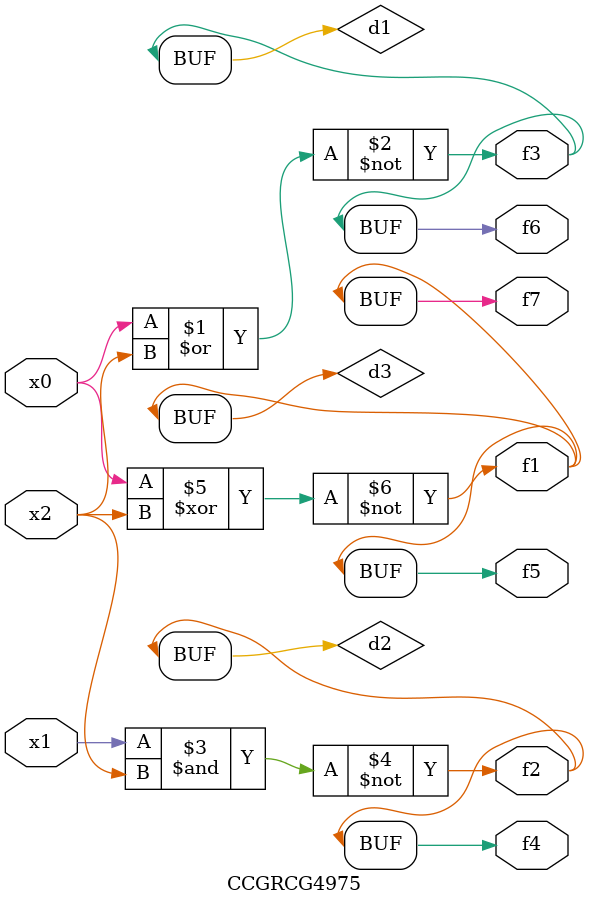
<source format=v>
module CCGRCG4975(
	input x0, x1, x2,
	output f1, f2, f3, f4, f5, f6, f7
);

	wire d1, d2, d3;

	nor (d1, x0, x2);
	nand (d2, x1, x2);
	xnor (d3, x0, x2);
	assign f1 = d3;
	assign f2 = d2;
	assign f3 = d1;
	assign f4 = d2;
	assign f5 = d3;
	assign f6 = d1;
	assign f7 = d3;
endmodule

</source>
